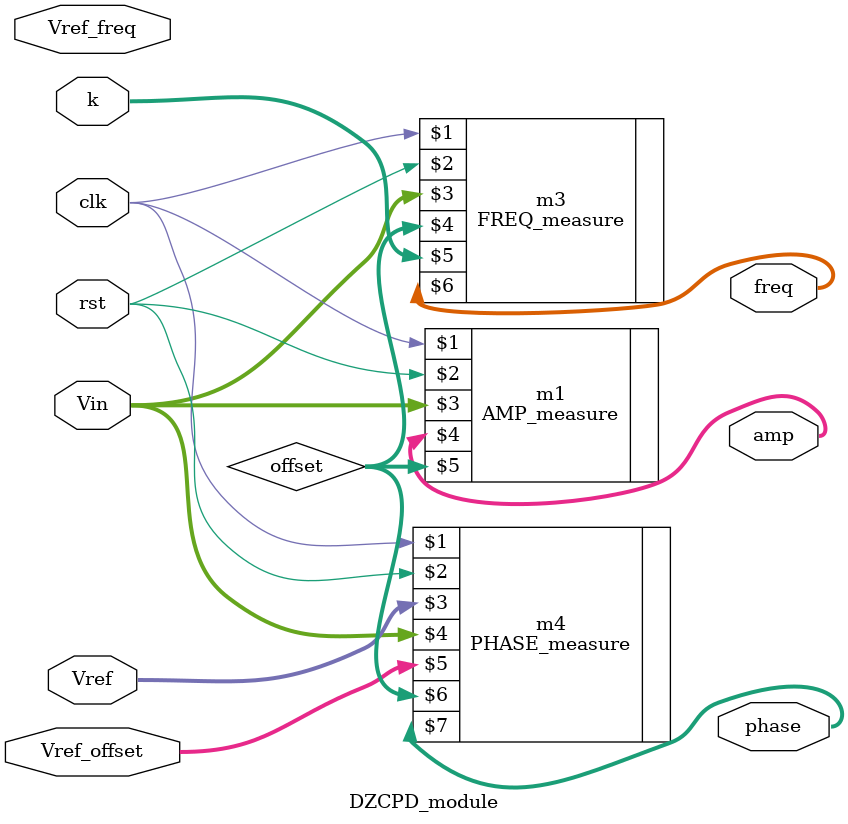
<source format=v>
`timescale 1ns / 1ps
module DZCPD_module #(parameter M=14)(
   input clk,
	input rst,
	input signed [M-1:0] Vref,
	input signed [M-1:0] Vin,
	input signed [M-1:0] Vref_offset,
	input [15:0] Vref_freq,
	input [7:0] k,
	output [15:0] freq,
	output signed [M-1:0] amp,
	output [15:0] phase
	);
	
	wire signed [M-1:0] offset;
	
	AMP_measure m1(clk,rst,Vin,amp,offset);
	FREQ_measure m3(clk,rst,Vin,offset,k,freq);
	PHASE_measure m4(clk,rst,Vref,Vin,Vref_offset,offset,phase);
	
endmodule

</source>
